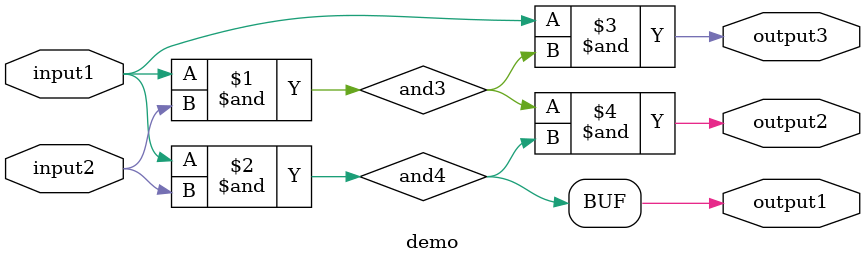
<source format=v>
module demo(input1, input2, output1, output2, output3);
    input input1, input2;
    output output1, output2, output3;
    wire and3;
    wire and4;
    assign and3 = input1 & input2;
    assign and4 = input1 & input2;
    assign output3 = input1 & and3;
    assign output2 = and3 & and4;
    assign output1 = and4;
endmodule

</source>
